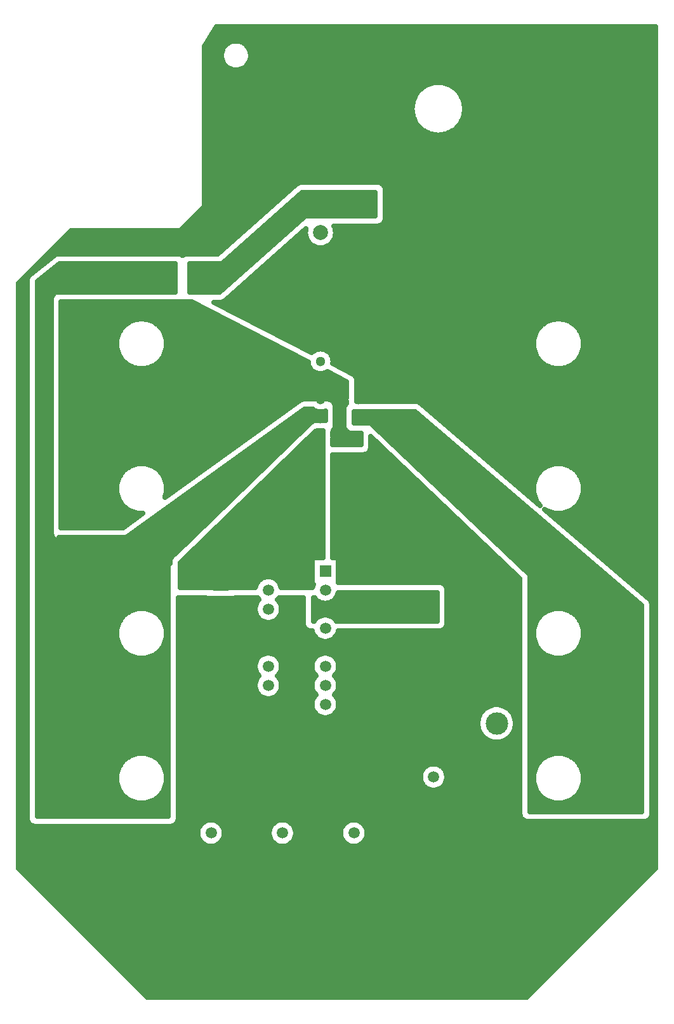
<source format=gbr>
G04 DipTrace 3.0.0.2*
G04 Bottom.gbr*
%MOIN*%
G04 #@! TF.FileFunction,Copper,L2,Bot*
G04 #@! TF.Part,Single*
G04 #@! TA.AperFunction,CopperBalancing*
%ADD16C,0.025*%
%ADD19R,0.07874X0.19685*%
G04 #@! TA.AperFunction,ComponentPad*
%ADD20C,0.059055*%
%ADD23R,0.082677X0.055118*%
G04 #@! TA.AperFunction,ComponentPad*
%ADD26C,0.051181*%
%ADD28C,0.11811*%
%ADD29C,0.07874*%
%ADD30R,0.059055X0.059055*%
%ADD31C,0.059055*%
%ADD32C,0.15748*%
%ADD34R,0.12X0.127*%
%FSLAX26Y26*%
G04*
G70*
G90*
G75*
G01*
G04 Bottom*
%LPD*%
X1903507Y3494131D2*
D16*
X2041525D1*
X1868937Y3469262D2*
X2041525D1*
X1834415Y3444394D2*
X1960958D1*
X1799894Y3419525D2*
X1935177D1*
X1765323Y3394656D2*
X1909445D1*
X1730802Y3369787D2*
X1883663D1*
X1696231Y3344919D2*
X1857930D1*
X1661710Y3320050D2*
X1832150D1*
X1627189Y3295181D2*
X1806417D1*
X1592618Y3270312D2*
X1780635D1*
X1558097Y3245444D2*
X1754903D1*
X1523575Y3220575D2*
X1729122D1*
X1489005Y3195706D2*
X1703390D1*
X1454483Y3170837D2*
X1677609D1*
X1419913Y3145969D2*
X1651875D1*
X1385391Y3121100D2*
X1626094D1*
X1350870Y3096231D2*
X1600362D1*
X1316299Y3071362D2*
X1574581D1*
X1281778Y3046493D2*
X1548849D1*
X1247257Y3021625D2*
X1523067D1*
X1212686Y2996756D2*
X1497335D1*
X1178165Y2971887D2*
X1471554D1*
X1143594Y2947018D2*
X1445822D1*
X1109073Y2922150D2*
X1420041D1*
X1074551Y2897281D2*
X1394307D1*
X1039982Y2872412D2*
X1368526D1*
X1005459Y2847543D2*
X1342794D1*
X646500Y2822675D2*
X1317013D1*
X646500Y2797806D2*
X1291281D1*
X646500Y2772937D2*
X1265499D1*
X646500Y2748068D2*
X1239766D1*
X646500Y2723199D2*
X1227218D1*
X646500Y2698331D2*
X1216525D1*
X646500Y2673462D2*
X1216525D1*
X646500Y2648593D2*
X1216525D1*
X646500Y2623724D2*
X1216525D1*
X646500Y2598856D2*
X1216525D1*
X646500Y2573987D2*
X1216525D1*
X646500Y2549118D2*
X1216525D1*
X646500Y2524249D2*
X1216525D1*
X646500Y2499381D2*
X1216525D1*
X646500Y2474512D2*
X1216525D1*
X646500Y2449643D2*
X1003194D1*
X1155265D2*
X1216525D1*
X646500Y2424774D2*
X975899D1*
X1182559D2*
X1216525D1*
X646500Y2399906D2*
X959738D1*
X1198722D2*
X1216525D1*
X646500Y2375037D2*
X950362D1*
X646500Y2350168D2*
X946261D1*
X646500Y2325299D2*
X946993D1*
X646500Y2300430D2*
X952609D1*
X646500Y2275562D2*
X963887D1*
X1194621D2*
X1216525D1*
X646500Y2250693D2*
X982735D1*
X1175773D2*
X1216525D1*
X646500Y2225824D2*
X1015890D1*
X1142570D2*
X1216525D1*
X646500Y2200955D2*
X1216525D1*
X646500Y2176087D2*
X1216525D1*
X646500Y2151218D2*
X1216525D1*
X646500Y2126349D2*
X1216525D1*
X646500Y2101480D2*
X1216525D1*
X646500Y2076612D2*
X1216525D1*
X646500Y2051743D2*
X1216525D1*
X646500Y2026874D2*
X1216525D1*
X646500Y2002005D2*
X1216525D1*
X646500Y1977136D2*
X1216525D1*
X646500Y1952268D2*
X1216525D1*
X646500Y1927399D2*
X1216525D1*
X646500Y1902530D2*
X1216525D1*
X646500Y1877661D2*
X1216525D1*
X646500Y1852793D2*
X1216525D1*
X646500Y1827924D2*
X1216525D1*
X646500Y1803055D2*
X1216525D1*
X646500Y1778186D2*
X1216525D1*
X646500Y1753318D2*
X1216525D1*
X646500Y1728449D2*
X1216525D1*
X646500Y1703580D2*
X1029415D1*
X1129043D2*
X1216525D1*
X646500Y1678711D2*
X989083D1*
X1169375D2*
X1216525D1*
X646500Y1653843D2*
X967697D1*
X1190762D2*
X1216525D1*
X646500Y1628974D2*
X954854D1*
X1203654D2*
X1216525D1*
X646500Y1604105D2*
X947921D1*
X646500Y1579236D2*
X946017D1*
X646500Y1554367D2*
X948898D1*
X646500Y1529499D2*
X956857D1*
X1201602D2*
X1216525D1*
X646500Y1504630D2*
X971114D1*
X1187345D2*
X1216525D1*
X646500Y1479761D2*
X994845D1*
X1163614D2*
X1216525D1*
X646500Y1454892D2*
X1044894D1*
X1113566D2*
X1216525D1*
X646500Y1430024D2*
X1216525D1*
X646500Y1405155D2*
X1216525D1*
X2044000Y3508906D2*
X2034196Y3505707D1*
X2024106Y3504110D1*
X2013894D1*
X2003804Y3505707D1*
X1994091Y3508864D1*
X1984991Y3513501D1*
X1977339Y3519022D1*
X1935552Y3519000D1*
X999627Y2845339D1*
X995903Y2844146D1*
X969000Y2844000D1*
X644000D1*
Y1381500D1*
X1219000D1*
X1219154Y2695955D1*
X1220362Y2699675D1*
X1222661Y2702839D1*
X1229539Y2709014D1*
X1229622Y2722100D1*
X1230592Y2728220D1*
X1232507Y2734115D1*
X1235320Y2739639D1*
X1238965Y2744654D1*
X1268541Y2773463D1*
X1968878Y3449482D1*
X1973955Y3453037D1*
X1979526Y3455753D1*
X1985454Y3457564D1*
X1991592Y3458427D1*
X2044012Y3458500D1*
X2044000Y3508892D1*
X1209575Y2331282D2*
X1208367Y2321087D1*
X1206365Y2311018D1*
X1203579Y2301138D1*
X1200025Y2291507D1*
X1195728Y2282184D1*
X1190711Y2273227D1*
X1185008Y2264692D1*
X1178652Y2256630D1*
X1171685Y2249091D1*
X1164146Y2242123D1*
X1156084Y2235768D1*
X1147549Y2230064D1*
X1138592Y2225047D1*
X1129269Y2220751D1*
X1119638Y2217197D1*
X1109757Y2214411D1*
X1099689Y2212408D1*
X1089493Y2211201D1*
X1079236Y2210798D1*
X1068979Y2211201D1*
X1058783Y2212408D1*
X1048715Y2214411D1*
X1038835Y2217197D1*
X1029203Y2220751D1*
X1019881Y2225047D1*
X1010924Y2230064D1*
X1002388Y2235768D1*
X994327Y2242123D1*
X986787Y2249091D1*
X979820Y2256630D1*
X973465Y2264692D1*
X967761Y2273227D1*
X962744Y2282184D1*
X958448Y2291507D1*
X954894Y2301138D1*
X952108Y2311018D1*
X950105Y2321087D1*
X948898Y2331282D1*
X948495Y2341539D1*
X948898Y2351797D1*
X950105Y2361992D1*
X952108Y2372060D1*
X954894Y2381941D1*
X958448Y2391572D1*
X962744Y2400895D1*
X967761Y2409852D1*
X973465Y2418387D1*
X979820Y2426449D1*
X986787Y2433988D1*
X994327Y2440955D1*
X1002388Y2447311D1*
X1010924Y2453014D1*
X1019881Y2458031D1*
X1029203Y2462328D1*
X1038835Y2465882D1*
X1048715Y2468668D1*
X1058783Y2470671D1*
X1068979Y2471878D1*
X1079236Y2472281D1*
X1089493Y2471878D1*
X1099689Y2470671D1*
X1109757Y2468668D1*
X1119638Y2465882D1*
X1129269Y2462328D1*
X1138592Y2458031D1*
X1147549Y2453014D1*
X1156084Y2447311D1*
X1164146Y2440955D1*
X1171685Y2433988D1*
X1178652Y2426449D1*
X1185008Y2418387D1*
X1190711Y2409852D1*
X1195728Y2400895D1*
X1200025Y2391572D1*
X1203579Y2381941D1*
X1206365Y2372060D1*
X1208367Y2361992D1*
X1209575Y2351797D1*
X1209978Y2341539D1*
X1209575Y2331282D1*
Y1571440D2*
X1208367Y1561244D1*
X1206365Y1551176D1*
X1203579Y1541295D1*
X1200025Y1531664D1*
X1195728Y1522341D1*
X1190711Y1513385D1*
X1185008Y1504849D1*
X1178652Y1496787D1*
X1171685Y1489248D1*
X1164146Y1482281D1*
X1156084Y1475925D1*
X1147549Y1470222D1*
X1138592Y1465205D1*
X1129269Y1460908D1*
X1119638Y1457354D1*
X1109757Y1454568D1*
X1099689Y1452566D1*
X1089493Y1451358D1*
X1079236Y1450955D1*
X1068979Y1451358D1*
X1058783Y1452566D1*
X1048715Y1454568D1*
X1038835Y1457354D1*
X1029203Y1460908D1*
X1019881Y1465205D1*
X1010924Y1470222D1*
X1002388Y1475925D1*
X994327Y1482281D1*
X986787Y1489248D1*
X979820Y1496787D1*
X973465Y1504849D1*
X967761Y1513385D1*
X962744Y1522341D1*
X958448Y1531664D1*
X954894Y1541295D1*
X952108Y1551176D1*
X950105Y1561244D1*
X948898Y1571440D1*
X948495Y1581697D1*
X948898Y1591954D1*
X950105Y1602150D1*
X952108Y1612218D1*
X954894Y1622098D1*
X958448Y1631730D1*
X962744Y1641052D1*
X967761Y1650009D1*
X973465Y1658545D1*
X979820Y1666606D1*
X986787Y1674146D1*
X994327Y1681113D1*
X1002388Y1687469D1*
X1010924Y1693172D1*
X1019881Y1698189D1*
X1029203Y1702486D1*
X1038835Y1706039D1*
X1048715Y1708825D1*
X1058783Y1710828D1*
X1068979Y1712035D1*
X1079236Y1712438D1*
X1089493Y1712035D1*
X1099689Y1710828D1*
X1109757Y1708825D1*
X1119638Y1706039D1*
X1129269Y1702486D1*
X1138592Y1698189D1*
X1147549Y1693172D1*
X1156084Y1687469D1*
X1164146Y1681113D1*
X1171685Y1674146D1*
X1178652Y1666606D1*
X1185008Y1658545D1*
X1190711Y1650009D1*
X1195728Y1641052D1*
X1200025Y1631730D1*
X1203579Y1622098D1*
X1206365Y1612218D1*
X1208367Y1602150D1*
X1209575Y1591954D1*
X1209978Y1581697D1*
X1209575Y1571440D1*
X659000Y4056631D2*
X1386739D1*
X659000Y4031762D2*
X1435030D1*
X659000Y4006894D2*
X1483273D1*
X659000Y3982025D2*
X1026730D1*
X1131730D2*
X1531563D1*
X659000Y3957156D2*
X987911D1*
X1170547D2*
X1579854D1*
X659000Y3932287D2*
X967013D1*
X1191495D2*
X1628097D1*
X659000Y3907419D2*
X954415D1*
X1204043D2*
X1676387D1*
X659000Y3882550D2*
X947726D1*
X1210734D2*
X1724678D1*
X659000Y3857681D2*
X946066D1*
X1212442D2*
X1772921D1*
X659000Y3832812D2*
X949142D1*
X1209366D2*
X1821211D1*
X659000Y3807944D2*
X957345D1*
X1201114D2*
X1869503D1*
X659000Y3783075D2*
X971945D1*
X1186563D2*
X1917745D1*
X659000Y3758206D2*
X996211D1*
X1162247D2*
X1952315D1*
X659000Y3733337D2*
X1049581D1*
X1108927D2*
X1962033D1*
X659000Y3708469D2*
X1992550D1*
X2045450D2*
X2062570D1*
X659000Y3683600D2*
X2110861D1*
X659000Y3658731D2*
X2154025D1*
X659000Y3633862D2*
X2154025D1*
X659000Y3608993D2*
X2154025D1*
X659000Y3584125D2*
X2153194D1*
X659000Y3559256D2*
X1899971D1*
X2087101D2*
X2152121D1*
X659000Y3534387D2*
X1865450D1*
X2098379D2*
X2142647D1*
X659000Y3509518D2*
X1830879D1*
X2098478D2*
X2139522D1*
X659000Y3484650D2*
X1796358D1*
X2098478D2*
X2139522D1*
X659000Y3459781D2*
X1761789D1*
X2098478D2*
X2139522D1*
X659000Y3434912D2*
X1727266D1*
X2098478D2*
X2139522D1*
X659000Y3410043D2*
X1692745D1*
X2092130D2*
X2145870D1*
X659000Y3385175D2*
X1658175D1*
X2085978D2*
X2229025D1*
X659000Y3360306D2*
X1623654D1*
X2086026D2*
X2229025D1*
X659000Y3335437D2*
X1589131D1*
X2085978D2*
X2229025D1*
X659000Y3310568D2*
X1554562D1*
X659000Y3285699D2*
X1520041D1*
X659000Y3260831D2*
X1485470D1*
X659000Y3235962D2*
X1450949D1*
X659000Y3211093D2*
X1005635D1*
X1152823D2*
X1416427D1*
X659000Y3186224D2*
X977266D1*
X1181193D2*
X1381857D1*
X659000Y3161356D2*
X960567D1*
X1197891D2*
X1347335D1*
X659000Y3136487D2*
X950802D1*
X1207657D2*
X1312814D1*
X659000Y3111618D2*
X946407D1*
X1212101D2*
X1278243D1*
X659000Y3086749D2*
X946798D1*
X1211661D2*
X1243722D1*
X659000Y3061881D2*
X952121D1*
X659000Y3037012D2*
X962959D1*
X659000Y3012143D2*
X981173D1*
X659000Y2987274D2*
X1012911D1*
X659000Y2962406D2*
X1071017D1*
X659000Y2937537D2*
X1036495D1*
X659000Y2912668D2*
X1001925D1*
X2054022Y3714177D2*
X2048550Y3711004D1*
X2039114Y3707096D1*
X2029182Y3704711D1*
X2019000Y3703909D1*
X2008818Y3704711D1*
X1998886Y3707096D1*
X1989450Y3711004D1*
X1980740Y3716341D1*
X1972974Y3722974D1*
X1966341Y3730740D1*
X1961004Y3739450D1*
X1957096Y3748886D1*
X1954711Y3758818D1*
X1954039Y3765709D1*
X1340942Y4081514D1*
X656500Y4081500D1*
Y2896000D1*
X981256D1*
X1085081Y2970752D1*
X1068979Y2971043D1*
X1058783Y2972251D1*
X1048715Y2974253D1*
X1038835Y2977039D1*
X1029203Y2980593D1*
X1019881Y2984890D1*
X1010924Y2989907D1*
X1002388Y2995610D1*
X994327Y3001966D1*
X986787Y3008933D1*
X979820Y3016472D1*
X973465Y3024534D1*
X967761Y3033070D1*
X962744Y3042026D1*
X958448Y3051349D1*
X954894Y3060980D1*
X952108Y3070861D1*
X950105Y3080929D1*
X948898Y3091125D1*
X948495Y3101382D1*
X948898Y3111639D1*
X950105Y3121835D1*
X952108Y3131903D1*
X954894Y3141783D1*
X958448Y3151415D1*
X962744Y3160738D1*
X967761Y3169694D1*
X973465Y3178230D1*
X979820Y3186291D1*
X986787Y3193831D1*
X994327Y3200798D1*
X1002388Y3207154D1*
X1010924Y3212857D1*
X1019881Y3217874D1*
X1029203Y3222171D1*
X1038835Y3225724D1*
X1048715Y3228510D1*
X1058783Y3230513D1*
X1068979Y3231720D1*
X1079236Y3232123D1*
X1089493Y3231720D1*
X1099689Y3230513D1*
X1109757Y3228510D1*
X1119638Y3225724D1*
X1129269Y3222171D1*
X1138592Y3217874D1*
X1147549Y3212857D1*
X1156084Y3207154D1*
X1164146Y3200798D1*
X1171685Y3193831D1*
X1178652Y3186291D1*
X1185008Y3178230D1*
X1190711Y3169694D1*
X1195728Y3160738D1*
X1200025Y3151415D1*
X1203579Y3141783D1*
X1206365Y3131903D1*
X1208367Y3121835D1*
X1209575Y3111639D1*
X1209978Y3101382D1*
X1209575Y3091125D1*
X1208367Y3080929D1*
X1206365Y3070861D1*
X1203579Y3060980D1*
X1201094Y3054247D1*
X1911007Y3565268D1*
X1916541Y3568058D1*
X1922444Y3569948D1*
X1928570Y3570891D1*
X2019000Y3571000D1*
X2059600Y3570878D1*
X2065720Y3569908D1*
X2071615Y3567993D1*
X2077139Y3565180D1*
X2082154Y3561535D1*
X2086535Y3557154D1*
X2090180Y3552139D1*
X2092993Y3546615D1*
X2094908Y3540720D1*
X2095878Y3534600D1*
X2096000Y3456500D1*
X2095878Y3428400D1*
X2094908Y3422280D1*
X2092993Y3416385D1*
X2090180Y3410861D1*
X2086535Y3405846D1*
X2084785Y3403946D1*
X2083500Y3394000D1*
Y3377740D1*
X2084091Y3369000D1*
X2083488Y3360503D1*
X2083500Y3331451D1*
X2231500Y3331500D1*
Y3392000D1*
X2178400Y3392122D1*
X2172280Y3393092D1*
X2166385Y3395007D1*
X2160861Y3397820D1*
X2155846Y3401465D1*
X2151465Y3405846D1*
X2147820Y3410861D1*
X2145007Y3416385D1*
X2143092Y3422280D1*
X2142122Y3428400D1*
X2142000Y3506500D1*
X2142122Y3522100D1*
X2143092Y3528220D1*
X2145007Y3534115D1*
X2147820Y3539639D1*
X2151465Y3544654D1*
X2156142Y3549269D1*
X2154711Y3558818D1*
X2153909Y3569000D1*
X2154711Y3579182D1*
X2156516Y3587058D1*
X2156500Y3661432D1*
X2054020Y3714171D1*
X1209575Y3850967D2*
X1208367Y3840772D1*
X1206365Y3830703D1*
X1203579Y3820823D1*
X1200025Y3811192D1*
X1195728Y3801869D1*
X1190711Y3792912D1*
X1185008Y3784377D1*
X1178652Y3776315D1*
X1171685Y3768776D1*
X1164146Y3761808D1*
X1156084Y3755453D1*
X1147549Y3749749D1*
X1138592Y3744732D1*
X1129269Y3740436D1*
X1119638Y3736882D1*
X1109757Y3734096D1*
X1099689Y3732093D1*
X1089493Y3730886D1*
X1079236Y3730483D1*
X1068979Y3730886D1*
X1058783Y3732093D1*
X1048715Y3734096D1*
X1038835Y3736882D1*
X1029203Y3740436D1*
X1019881Y3744732D1*
X1010924Y3749749D1*
X1002388Y3755453D1*
X994327Y3761808D1*
X986787Y3768776D1*
X979820Y3776315D1*
X973465Y3784377D1*
X967761Y3792912D1*
X962744Y3801869D1*
X958448Y3811192D1*
X954894Y3820823D1*
X952108Y3830703D1*
X950105Y3840772D1*
X948898Y3850967D1*
X948495Y3861224D1*
X948898Y3871482D1*
X950105Y3881677D1*
X952108Y3891745D1*
X954894Y3901626D1*
X958448Y3911257D1*
X962744Y3920580D1*
X967761Y3929537D1*
X973465Y3938072D1*
X979820Y3946134D1*
X986787Y3953673D1*
X994327Y3960640D1*
X1002388Y3966996D1*
X1010924Y3972699D1*
X1019881Y3977717D1*
X1029203Y3982013D1*
X1038835Y3985567D1*
X1048715Y3988353D1*
X1058783Y3990356D1*
X1068979Y3991563D1*
X1079236Y3991966D1*
X1089493Y3991563D1*
X1099689Y3990356D1*
X1109757Y3988353D1*
X1119638Y3985567D1*
X1129269Y3982013D1*
X1138592Y3977717D1*
X1147549Y3972699D1*
X1156084Y3966996D1*
X1164146Y3960640D1*
X1171685Y3953673D1*
X1178652Y3946134D1*
X1185008Y3938072D1*
X1190711Y3929537D1*
X1195728Y3920580D1*
X1200025Y3911257D1*
X1203579Y3901626D1*
X1206365Y3891745D1*
X1208367Y3881677D1*
X1209575Y3871482D1*
X1209978Y3861224D1*
X1209575Y3850967D1*
X2104533Y2531631D2*
X2629025D1*
X1984000Y2506762D2*
X2011690D1*
X2076310D2*
X2629025D1*
X1984000Y2481894D2*
X2629025D1*
X1984000Y2457025D2*
X2629025D1*
X1984000Y2432156D2*
X2013693D1*
X2074307D2*
X2629025D1*
X2103898Y2407287D2*
X2629025D1*
X2111828Y2556522D2*
X2109634Y2547675D1*
X2105490Y2537669D1*
X2099832Y2528436D1*
X2092799Y2520201D1*
X2084564Y2513168D1*
X2075331Y2507510D1*
X2065325Y2503366D1*
X2054795Y2500837D1*
X2044000Y2499988D1*
X2033205Y2500837D1*
X2022675Y2503366D1*
X2012669Y2507510D1*
X2003436Y2513168D1*
X1995201Y2520201D1*
X1988168Y2528436D1*
X1987428Y2529545D1*
X1981451Y2529516D1*
X1981500Y2406500D1*
X1986041D1*
X1991524Y2413820D1*
X1999180Y2421476D1*
X2007941Y2427843D1*
X2017591Y2432759D1*
X2027890Y2436105D1*
X2038585Y2437799D1*
X2049415D1*
X2060110Y2436105D1*
X2070409Y2432759D1*
X2080059Y2427843D1*
X2088820Y2421476D1*
X2096476Y2413820D1*
X2101890Y2406484D1*
X2631500Y2406500D1*
Y2556500D1*
X2111823D1*
X1458803Y5499381D2*
X3778022D1*
X1443423Y5474512D2*
X3778022D1*
X1427993Y5449643D2*
X1564839D1*
X1584970D2*
X3778022D1*
X1412613Y5424774D2*
X1515815D1*
X1633950D2*
X3778022D1*
X1409975Y5399906D2*
X1500971D1*
X1648843D2*
X3778022D1*
X1409975Y5375037D2*
X1496430D1*
X1653383D2*
X3778022D1*
X1409975Y5350168D2*
X1500239D1*
X1649575D2*
X3778022D1*
X1409975Y5325299D2*
X1514058D1*
X1635757D2*
X3778022D1*
X1409975Y5300430D2*
X1553413D1*
X1596402D2*
X3778022D1*
X1409975Y5275562D2*
X3778022D1*
X1409975Y5250693D2*
X3778022D1*
X1409975Y5225824D2*
X2594234D1*
X2681558D2*
X3778022D1*
X1409975Y5200955D2*
X2548189D1*
X2727602D2*
X3778022D1*
X1409975Y5176087D2*
X2524555D1*
X2751235D2*
X3778022D1*
X1409975Y5151218D2*
X2510005D1*
X2765786D2*
X3778022D1*
X1409975Y5126349D2*
X2501509D1*
X2774282D2*
X3778022D1*
X1409975Y5101480D2*
X2497945D1*
X2777846D2*
X3778022D1*
X1409975Y5076612D2*
X2498921D1*
X2776870D2*
X3778022D1*
X1409975Y5051743D2*
X2504585D1*
X2771206D2*
X3778022D1*
X1409975Y5026874D2*
X2515522D1*
X2760269D2*
X3778022D1*
X1409975Y5002005D2*
X2533491D1*
X2742299D2*
X3778022D1*
X1409975Y4977136D2*
X2563471D1*
X2712319D2*
X3778022D1*
X1409975Y4952268D2*
X3778022D1*
X1409975Y4927399D2*
X3778022D1*
X1409975Y4902530D2*
X3778022D1*
X1409975Y4877661D2*
X3778022D1*
X1409975Y4852793D2*
X3778022D1*
X1409975Y4827924D2*
X3778022D1*
X1409975Y4803055D2*
X3778022D1*
X1409975Y4778186D2*
X3778022D1*
X1409975Y4753318D2*
X3778022D1*
X1409975Y4728449D2*
X3778022D1*
X1409975Y4703580D2*
X1897457D1*
X2340542D2*
X3778022D1*
X1409975Y4678711D2*
X1867818D1*
X2359781D2*
X3778022D1*
X1409975Y4653843D2*
X1839643D1*
X2361001D2*
X3778022D1*
X1409975Y4628974D2*
X1811470D1*
X2361001D2*
X3778022D1*
X1409975Y4604105D2*
X1783247D1*
X2361001D2*
X3778022D1*
X1409975Y4579236D2*
X1755073D1*
X2361001D2*
X3778022D1*
X1386294Y4554367D2*
X1726899D1*
X2361001D2*
X3778022D1*
X1361441Y4529499D2*
X1698726D1*
X2361001D2*
X3778022D1*
X1336587Y4504630D2*
X1670551D1*
X2358266D2*
X3778022D1*
X1311685Y4479761D2*
X1642329D1*
X2325942D2*
X3778022D1*
X711831Y4454892D2*
X1614155D1*
X2099623D2*
X3778022D1*
X686978Y4430024D2*
X1585982D1*
X1905825D2*
X1938862D1*
X2099135D2*
X3778022D1*
X662123Y4405155D2*
X1557807D1*
X1877846D2*
X1947846D1*
X2090151D2*
X3778022D1*
X637222Y4380286D2*
X1529634D1*
X1849869D2*
X1970014D1*
X2067983D2*
X3778022D1*
X612369Y4355417D2*
X1501411D1*
X1821890D2*
X3778022D1*
X587514Y4330549D2*
X626558D1*
X1286441D2*
X1301549D1*
X1793911D2*
X3778022D1*
X562613Y4305680D2*
X592866D1*
X1765933D2*
X3778022D1*
X537759Y4280811D2*
X561811D1*
X1737954D2*
X3778022D1*
X512906Y4255942D2*
X530707D1*
X1709975D2*
X3778022D1*
X488003Y4231073D2*
X499630D1*
X1681997D2*
X3778022D1*
X463150Y4206205D2*
X478933D1*
X1654018D2*
X3778022D1*
X438295Y4181336D2*
X476997D1*
X1626039D2*
X3778022D1*
X435000Y4156467D2*
X476997D1*
X1598110D2*
X3778022D1*
X435000Y4131598D2*
X476997D1*
X1570131D2*
X3778022D1*
X435000Y4106730D2*
X476997D1*
X1542154D2*
X3778022D1*
X435000Y4081861D2*
X476997D1*
X1509927D2*
X3778022D1*
X435000Y4056992D2*
X476997D1*
X1504555D2*
X3778022D1*
X435000Y4032123D2*
X476997D1*
X1552846D2*
X3778022D1*
X435000Y4007255D2*
X476997D1*
X1601089D2*
X3778022D1*
X435000Y3982386D2*
X476997D1*
X1649379D2*
X3216987D1*
X3320230D2*
X3778022D1*
X435000Y3957517D2*
X476997D1*
X1697671D2*
X3177681D1*
X3359537D2*
X3778022D1*
X435000Y3932648D2*
X476997D1*
X1745913D2*
X3156587D1*
X3380630D2*
X3778022D1*
X435000Y3907780D2*
X476997D1*
X1794205D2*
X3143941D1*
X3393277D2*
X3778022D1*
X435000Y3882911D2*
X476997D1*
X1842495D2*
X3137154D1*
X3400014D2*
X3778022D1*
X435000Y3858042D2*
X476997D1*
X1890738D2*
X3135395D1*
X3401822D2*
X3778022D1*
X435000Y3833173D2*
X476997D1*
X1939029D2*
X2005610D1*
X2032381D2*
X3138423D1*
X3398794D2*
X3778022D1*
X435000Y3808304D2*
X476997D1*
X2073403D2*
X3146577D1*
X3390639D2*
X3778022D1*
X435000Y3783436D2*
X476997D1*
X2084975D2*
X3161030D1*
X3376186D2*
X3778022D1*
X435000Y3758567D2*
X476997D1*
X2085757D2*
X3185151D1*
X3352066D2*
X3778022D1*
X435000Y3733698D2*
X476997D1*
X2132143D2*
X3237299D1*
X3299917D2*
X3778022D1*
X435000Y3708829D2*
X476997D1*
X2180386D2*
X3778022D1*
X435000Y3683961D2*
X476997D1*
X2208022D2*
X3778022D1*
X435000Y3659092D2*
X476997D1*
X2211001D2*
X3778022D1*
X435000Y3634223D2*
X476997D1*
X2211001D2*
X3778022D1*
X435000Y3609354D2*
X476997D1*
X2211001D2*
X3778022D1*
X435000Y3584486D2*
X476997D1*
X2211001D2*
X3778022D1*
X435000Y3559617D2*
X476997D1*
X2211001D2*
X3778022D1*
X435000Y3534748D2*
X476997D1*
X2563882D2*
X3778022D1*
X435000Y3509879D2*
X476997D1*
X2592983D2*
X3778022D1*
X435000Y3485010D2*
X476997D1*
X2622085D2*
X3778022D1*
X435000Y3460142D2*
X476997D1*
X2651186D2*
X3778022D1*
X435000Y3435273D2*
X476997D1*
X2680337D2*
X3778022D1*
X435000Y3410404D2*
X476997D1*
X2709438D2*
X3778022D1*
X435000Y3385535D2*
X476997D1*
X2738539D2*
X3778022D1*
X435000Y3360667D2*
X476997D1*
X2286050D2*
X2295972D1*
X2767642D2*
X3778022D1*
X435000Y3335798D2*
X476997D1*
X2286001D2*
X2322066D1*
X2796791D2*
X3778022D1*
X435000Y3310929D2*
X476997D1*
X2285171D2*
X2348139D1*
X2825894D2*
X3778022D1*
X435000Y3286060D2*
X476997D1*
X2268277D2*
X2374165D1*
X2854995D2*
X3778022D1*
X435000Y3261192D2*
X476997D1*
X2086001D2*
X2400239D1*
X2884146D2*
X3778022D1*
X435000Y3236323D2*
X476997D1*
X2086001D2*
X2426265D1*
X2913247D2*
X3778022D1*
X435000Y3211454D2*
X476997D1*
X2086001D2*
X2452339D1*
X2942349D2*
X3195551D1*
X3341665D2*
X3778022D1*
X435000Y3186585D2*
X476997D1*
X2086001D2*
X2478413D1*
X2971450D2*
X3166938D1*
X3370278D2*
X3778022D1*
X435000Y3161717D2*
X476997D1*
X2086001D2*
X2504438D1*
X3000601D2*
X3150142D1*
X3387075D2*
X3778022D1*
X435000Y3136848D2*
X476997D1*
X2086001D2*
X2530513D1*
X3029702D2*
X3140278D1*
X3396938D2*
X3778022D1*
X435000Y3111979D2*
X476997D1*
X2086001D2*
X2556538D1*
X3058803D2*
X3135786D1*
X3401430D2*
X3778022D1*
X435000Y3087110D2*
X476997D1*
X2086001D2*
X2582613D1*
X3087906D2*
X3136127D1*
X3401089D2*
X3778022D1*
X435000Y3062241D2*
X476997D1*
X2086001D2*
X2608638D1*
X3117055D2*
X3141353D1*
X3395865D2*
X3778022D1*
X435000Y3037373D2*
X476997D1*
X2086001D2*
X2634711D1*
X3385122D2*
X3778022D1*
X435000Y3012504D2*
X476997D1*
X2086001D2*
X2660738D1*
X3367007D2*
X3778022D1*
X435000Y2987635D2*
X476997D1*
X2086001D2*
X2686811D1*
X3335562D2*
X3778022D1*
X435000Y2962766D2*
X476997D1*
X2086001D2*
X2712886D1*
X3233510D2*
X3778022D1*
X435000Y2937898D2*
X476997D1*
X2086001D2*
X2738911D1*
X3262613D2*
X3778022D1*
X435000Y2913029D2*
X476997D1*
X2086001D2*
X2764986D1*
X3291714D2*
X3778022D1*
X435000Y2888160D2*
X476997D1*
X2086001D2*
X2791010D1*
X3320865D2*
X3778022D1*
X435000Y2863291D2*
X476997D1*
X2086001D2*
X2817085D1*
X3349966D2*
X3778022D1*
X435000Y2838423D2*
X476997D1*
X2086001D2*
X2843110D1*
X3379067D2*
X3778022D1*
X435000Y2813554D2*
X476997D1*
X2086001D2*
X2869185D1*
X3408169D2*
X3778022D1*
X435000Y2788685D2*
X476997D1*
X2086001D2*
X2895259D1*
X3437319D2*
X3778022D1*
X435000Y2763816D2*
X476997D1*
X2086001D2*
X2921285D1*
X3466421D2*
X3778022D1*
X435000Y2738948D2*
X476997D1*
X2086001D2*
X2947358D1*
X3495522D2*
X3778022D1*
X435000Y2714079D2*
X476997D1*
X2115542D2*
X2973383D1*
X3524623D2*
X3778022D1*
X435000Y2689210D2*
X476997D1*
X2115542D2*
X2999458D1*
X3553774D2*
X3778022D1*
X435000Y2664341D2*
X476997D1*
X2115542D2*
X3025483D1*
X3582875D2*
X3778022D1*
X435000Y2639472D2*
X476997D1*
X2115542D2*
X3051558D1*
X3611978D2*
X3778022D1*
X435000Y2614604D2*
X476997D1*
X2115542D2*
X3064497D1*
X3641079D2*
X3778022D1*
X435000Y2589735D2*
X476997D1*
X2680093D2*
X3064497D1*
X3670230D2*
X3778022D1*
X435000Y2564866D2*
X476997D1*
X2686001D2*
X3064497D1*
X3699331D2*
X3778022D1*
X435000Y2539997D2*
X476997D1*
X2686001D2*
X3064497D1*
X3728433D2*
X3778022D1*
X435000Y2515129D2*
X476997D1*
X1273501D2*
X1690913D1*
X1798647D2*
X1926997D1*
X2686001D2*
X3064497D1*
X3754849D2*
X3778022D1*
X435000Y2490260D2*
X476997D1*
X1273501D2*
X1676606D1*
X1812954D2*
X1926997D1*
X2686001D2*
X3064497D1*
X3761001D2*
X3777984D1*
X435000Y2465391D2*
X476997D1*
X1273501D2*
X1673335D1*
X1816226D2*
X1926997D1*
X2686001D2*
X3064497D1*
X3761001D2*
X3777984D1*
X435000Y2440522D2*
X476997D1*
X1273501D2*
X1679390D1*
X1810171D2*
X1926997D1*
X2686001D2*
X3064497D1*
X3761001D2*
X3777984D1*
X435000Y2415654D2*
X476997D1*
X1273501D2*
X1698482D1*
X1791079D2*
X1926997D1*
X2686001D2*
X3064497D1*
X3761001D2*
X3777984D1*
X435000Y2390785D2*
X476997D1*
X1273501D2*
X1927143D1*
X2685854D2*
X3064497D1*
X3761001D2*
X3777984D1*
X435000Y2365916D2*
X476997D1*
X1273501D2*
X1938765D1*
X2674282D2*
X3064497D1*
X3761001D2*
X3777984D1*
X435000Y2341047D2*
X476997D1*
X1273501D2*
X1978365D1*
X2109634D2*
X3064497D1*
X3761001D2*
X3777984D1*
X435000Y2316178D2*
X476997D1*
X1273501D2*
X1997066D1*
X2090933D2*
X3064497D1*
X3761001D2*
X3777984D1*
X435000Y2291310D2*
X476997D1*
X1273501D2*
X3064497D1*
X3761001D2*
X3777984D1*
X435000Y2266441D2*
X476997D1*
X1273501D2*
X3064497D1*
X3761001D2*
X3777984D1*
X435000Y2241572D2*
X476997D1*
X1273501D2*
X3064497D1*
X3761001D2*
X3777984D1*
X435000Y2216703D2*
X476997D1*
X1273501D2*
X1692378D1*
X1797182D2*
X1991597D1*
X2096402D2*
X3064497D1*
X3761001D2*
X3777984D1*
X435000Y2191835D2*
X476997D1*
X1273501D2*
X1677143D1*
X1812417D2*
X1976362D1*
X2111635D2*
X3064497D1*
X3761001D2*
X3777984D1*
X435000Y2166966D2*
X476997D1*
X1273501D2*
X1673286D1*
X1816274D2*
X1972505D1*
X2115493D2*
X3064497D1*
X3761001D2*
X3777984D1*
X435000Y2142097D2*
X476997D1*
X1273501D2*
X1678706D1*
X1810854D2*
X1977925D1*
X2110073D2*
X3064497D1*
X3761001D2*
X3777984D1*
X435000Y2117228D2*
X476997D1*
X1273501D2*
X1692915D1*
X1796694D2*
X1992134D1*
X2095865D2*
X3064497D1*
X3761001D2*
X3777984D1*
X435000Y2092360D2*
X476997D1*
X1273501D2*
X1677339D1*
X1812222D2*
X1976558D1*
X2111441D2*
X3064497D1*
X3761001D2*
X3777984D1*
X435000Y2067491D2*
X476997D1*
X1273501D2*
X1673286D1*
X1816274D2*
X1972505D1*
X2115493D2*
X3064497D1*
X3761001D2*
X3777984D1*
X435000Y2042622D2*
X476997D1*
X1273501D2*
X1678510D1*
X1811098D2*
X1977730D1*
X2110269D2*
X3064497D1*
X3761001D2*
X3777984D1*
X435000Y2017753D2*
X476997D1*
X1273501D2*
X1696039D1*
X1793521D2*
X1992622D1*
X2095375D2*
X3064497D1*
X3761001D2*
X3777984D1*
X435000Y1992885D2*
X476997D1*
X1273501D2*
X1976753D1*
X2111245D2*
X3064497D1*
X3761001D2*
X3777984D1*
X435000Y1968016D2*
X476997D1*
X1273501D2*
X1972457D1*
X2115542D2*
X3064497D1*
X3761001D2*
X3777984D1*
X435000Y1943147D2*
X476997D1*
X1273501D2*
X1977486D1*
X2110513D2*
X2876558D1*
X3011441D2*
X3064497D1*
X3761001D2*
X3777984D1*
X435000Y1918278D2*
X476997D1*
X1273501D2*
X1994673D1*
X2093325D2*
X2856147D1*
X3031850D2*
X3064497D1*
X3761001D2*
X3777984D1*
X435000Y1893409D2*
X476997D1*
X1273501D2*
X2846039D1*
X3042007D2*
X3064497D1*
X3761001D2*
X3777984D1*
X435000Y1868541D2*
X476997D1*
X1273501D2*
X2842963D1*
X3045034D2*
X3064497D1*
X3761001D2*
X3777984D1*
X435000Y1843672D2*
X476997D1*
X1273501D2*
X2846235D1*
X3041762D2*
X3064497D1*
X3761001D2*
X3777984D1*
X435000Y1818803D2*
X476997D1*
X1273501D2*
X2856685D1*
X3031314D2*
X3064497D1*
X3761001D2*
X3777984D1*
X435000Y1793934D2*
X476997D1*
X1273501D2*
X2877631D1*
X3010366D2*
X3064497D1*
X3761001D2*
X3777984D1*
X435000Y1769066D2*
X476997D1*
X1273501D2*
X3064497D1*
X3761001D2*
X3777984D1*
X435000Y1744197D2*
X476997D1*
X1273501D2*
X3064497D1*
X3761001D2*
X3777984D1*
X435000Y1719328D2*
X476997D1*
X1273501D2*
X3064497D1*
X3761001D2*
X3777984D1*
X435000Y1694459D2*
X476997D1*
X1273501D2*
X3064497D1*
X3761001D2*
X3777984D1*
X435000Y1669591D2*
X476997D1*
X1273501D2*
X3064497D1*
X3761001D2*
X3777984D1*
X435000Y1644722D2*
X476997D1*
X1273501D2*
X2571186D1*
X2654605D2*
X3064497D1*
X3761001D2*
X3777984D1*
X435000Y1619853D2*
X476997D1*
X1273501D2*
X2549214D1*
X2676577D2*
X3064497D1*
X3761001D2*
X3777984D1*
X435000Y1594984D2*
X476997D1*
X1273501D2*
X2541743D1*
X2684047D2*
X3064497D1*
X3761001D2*
X3777984D1*
X435000Y1570115D2*
X476997D1*
X1273501D2*
X2543697D1*
X2682094D2*
X3064497D1*
X3761001D2*
X3777984D1*
X435000Y1545247D2*
X476997D1*
X1273501D2*
X2556098D1*
X2669693D2*
X3064497D1*
X3761001D2*
X3777984D1*
X435000Y1520378D2*
X476997D1*
X1273501D2*
X2596039D1*
X2629751D2*
X3064497D1*
X3761001D2*
X3777984D1*
X435000Y1495509D2*
X476997D1*
X1273501D2*
X3064497D1*
X3761001D2*
X3777984D1*
X435000Y1470640D2*
X476997D1*
X1273501D2*
X3064497D1*
X3761001D2*
X3777984D1*
X435000Y1445772D2*
X476997D1*
X1273501D2*
X3064497D1*
X3761001D2*
X3777984D1*
X435000Y1420903D2*
X476997D1*
X1273501D2*
X3064497D1*
X3761001D2*
X3777984D1*
X435000Y1396034D2*
X476997D1*
X1273501D2*
X3064497D1*
X3761001D2*
X3777984D1*
X435000Y1371165D2*
X476997D1*
X1273501D2*
X3071773D1*
X3753726D2*
X3778022D1*
X435000Y1346297D2*
X484175D1*
X1266323D2*
X1396430D1*
X1491567D2*
X1771430D1*
X1866567D2*
X2146430D1*
X2241567D2*
X3778022D1*
X435000Y1321428D2*
X1378169D1*
X1509829D2*
X1753169D1*
X1884829D2*
X2128169D1*
X2259829D2*
X3778022D1*
X435000Y1296559D2*
X1372505D1*
X1515493D2*
X1747505D1*
X1890493D2*
X2122505D1*
X2265493D2*
X3778022D1*
X435000Y1271690D2*
X1376167D1*
X1511831D2*
X1751167D1*
X1886831D2*
X2126167D1*
X2261831D2*
X3778022D1*
X435000Y1246822D2*
X1391109D1*
X1496890D2*
X1766109D1*
X1871890D2*
X2141109D1*
X2246890D2*
X3778022D1*
X435000Y1221953D2*
X3778022D1*
X435000Y1197084D2*
X3778022D1*
X435000Y1172215D2*
X3778022D1*
X435000Y1147346D2*
X3778022D1*
X435000Y1122478D2*
X3778022D1*
X447329Y1097609D2*
X3765669D1*
X472182Y1072740D2*
X3740815D1*
X497085Y1047871D2*
X3715913D1*
X521938Y1023003D2*
X3691059D1*
X546791Y998134D2*
X3666206D1*
X571694Y973265D2*
X3641303D1*
X596547Y948396D2*
X3616450D1*
X621402Y923528D2*
X3591597D1*
X646303Y898659D2*
X3566694D1*
X671157Y873790D2*
X3541841D1*
X696010Y848921D2*
X3516987D1*
X720913Y824052D2*
X3492085D1*
X745766Y799184D2*
X3467231D1*
X770621Y774315D2*
X3442378D1*
X795522Y749446D2*
X3417475D1*
X820375Y724577D2*
X3392622D1*
X845230Y699709D2*
X3367769D1*
X870083Y674840D2*
X3342915D1*
X894986Y649971D2*
X3318013D1*
X919839Y625102D2*
X3293159D1*
X944693Y600234D2*
X3268306D1*
X969594Y575365D2*
X3243403D1*
X994449Y550496D2*
X3218550D1*
X1019302Y525627D2*
X3193697D1*
X1044205Y500759D2*
X3168794D1*
X1069058Y475890D2*
X3143941D1*
X1093911Y451021D2*
X3119087D1*
X1572870Y2529475D2*
Y2523791D1*
X1415130D1*
Y2529504D1*
X1271001Y2529500D1*
X1270878Y1365900D1*
X1269908Y1359780D1*
X1267993Y1353885D1*
X1265180Y1348361D1*
X1261535Y1343346D1*
X1257154Y1338965D1*
X1252139Y1335320D1*
X1246615Y1332507D1*
X1240720Y1330592D1*
X1234600Y1329622D1*
X1156500Y1329500D1*
X515900Y1329622D1*
X509780Y1330592D1*
X503885Y1332507D1*
X498361Y1335320D1*
X493346Y1338965D1*
X488965Y1343346D1*
X485320Y1348361D1*
X482507Y1353885D1*
X480592Y1359780D1*
X479622Y1365900D1*
X479500Y1444000D1*
X479622Y4197100D1*
X480592Y4203220D1*
X482507Y4209115D1*
X485320Y4214639D1*
X488965Y4219654D1*
X494324Y4224844D1*
X621820Y4326685D1*
X627207Y4329752D1*
X633007Y4331940D1*
X639077Y4333192D1*
X656500Y4333500D1*
X1272100Y4333378D1*
X1278220Y4332408D1*
X1284115Y4330493D1*
X1289639Y4327680D1*
X1292513Y4325723D1*
X1295782Y4325957D1*
X1301067Y4329194D1*
X1306794Y4331567D1*
X1312820Y4333013D1*
X1319000Y4333500D1*
X1479108D1*
X1895270Y4700577D1*
X1900503Y4703902D1*
X1906190Y4706365D1*
X1912193Y4707909D1*
X1919000Y4708500D1*
X2322100Y4708378D1*
X2328220Y4707408D1*
X2334115Y4705493D1*
X2339639Y4702680D1*
X2344654Y4699035D1*
X2349035Y4694654D1*
X2352680Y4689639D1*
X2355493Y4684115D1*
X2357408Y4678220D1*
X2358378Y4672100D1*
X2358500Y4594000D1*
X2358378Y4515900D1*
X2357408Y4509778D1*
X2355493Y4503885D1*
X2352680Y4498361D1*
X2349037Y4493346D1*
X2344654Y4488963D1*
X2339639Y4485320D1*
X2334115Y4482507D1*
X2328222Y4480592D1*
X2322100Y4479622D1*
X2244000Y4479500D1*
X2089459D1*
X2094010Y4468373D1*
X2096899Y4456339D1*
X2097870Y4444000D1*
X2096899Y4431661D1*
X2094010Y4419627D1*
X2089274Y4408194D1*
X2082807Y4397642D1*
X2074769Y4388231D1*
X2065358Y4380193D1*
X2054806Y4373726D1*
X2043373Y4368990D1*
X2031339Y4366101D1*
X2019000Y4365130D1*
X2006661Y4366101D1*
X1994627Y4368990D1*
X1983194Y4373726D1*
X1972642Y4380193D1*
X1963231Y4388231D1*
X1955193Y4397642D1*
X1948726Y4408194D1*
X1943990Y4419627D1*
X1941101Y4431661D1*
X1940130Y4444000D1*
X1941101Y4456339D1*
X1943156Y4465415D1*
X1517845Y4087509D1*
X1512626Y4084167D1*
X1506948Y4081682D1*
X1500950Y4080117D1*
X1494000Y4079500D1*
X1458404D1*
X1972608Y3814605D1*
X1980740Y3821659D1*
X1989450Y3826996D1*
X1998886Y3830904D1*
X2008818Y3833289D1*
X2019000Y3834091D1*
X2029182Y3833289D1*
X2039114Y3830904D1*
X2048550Y3826996D1*
X2057260Y3821659D1*
X2065026Y3815026D1*
X2071659Y3807260D1*
X2076996Y3798550D1*
X2080904Y3789114D1*
X2083289Y3779182D1*
X2084091Y3769000D1*
X2083289Y3758818D1*
X2083067Y3757702D1*
X2189789Y3702587D1*
X2194787Y3698921D1*
X2199150Y3694520D1*
X2202770Y3689488D1*
X2205560Y3683953D1*
X2207449Y3678050D1*
X2208391Y3671924D1*
X2208500Y3581500D1*
Y3558501D1*
X2522100Y3558378D1*
X2528220Y3557408D1*
X2534115Y3555493D1*
X2539639Y3552680D1*
X2544655Y3549035D1*
X3172446Y3012797D1*
X3162835Y3024534D1*
X3157131Y3033070D1*
X3152114Y3042026D1*
X3147818Y3051349D1*
X3144264Y3060980D1*
X3141478Y3070861D1*
X3139475Y3080929D1*
X3138268Y3091125D1*
X3137865Y3101382D1*
X3138268Y3111639D1*
X3139475Y3121835D1*
X3141478Y3131903D1*
X3144264Y3141783D1*
X3147818Y3151415D1*
X3152114Y3160738D1*
X3157131Y3169694D1*
X3162835Y3178230D1*
X3169190Y3186291D1*
X3176157Y3193831D1*
X3183697Y3200798D1*
X3191759Y3207154D1*
X3200294Y3212857D1*
X3209251Y3217874D1*
X3218573Y3222171D1*
X3228205Y3225724D1*
X3238085Y3228510D1*
X3248154Y3230513D1*
X3258349Y3231720D1*
X3268606Y3232123D1*
X3278864Y3231720D1*
X3289059Y3230513D1*
X3299127Y3228510D1*
X3309008Y3225724D1*
X3318639Y3222171D1*
X3327962Y3217874D1*
X3336919Y3212857D1*
X3345454Y3207154D1*
X3353516Y3200798D1*
X3361055Y3193831D1*
X3368022Y3186291D1*
X3374378Y3178230D1*
X3380081Y3169694D1*
X3385098Y3160738D1*
X3389395Y3151415D1*
X3392949Y3141783D1*
X3395735Y3131903D1*
X3397738Y3121835D1*
X3398945Y3111639D1*
X3399348Y3101382D1*
X3398945Y3091125D1*
X3397738Y3080929D1*
X3395735Y3070861D1*
X3392949Y3060980D1*
X3389395Y3051349D1*
X3385098Y3042026D1*
X3380081Y3033070D1*
X3374378Y3024534D1*
X3368022Y3016472D1*
X3361055Y3008933D1*
X3353516Y3001966D1*
X3345454Y2995610D1*
X3336919Y2989907D1*
X3327962Y2984890D1*
X3318639Y2980593D1*
X3309008Y2977039D1*
X3299127Y2974253D1*
X3289059Y2972251D1*
X3278864Y2971043D1*
X3268606Y2970640D1*
X3258349Y2971043D1*
X3248154Y2972251D1*
X3238085Y2974253D1*
X3228205Y2977039D1*
X3218573Y2980593D1*
X3209251Y2984890D1*
X3195392Y2993181D1*
X3746932Y2521929D1*
X3750958Y2517217D1*
X3754196Y2511930D1*
X3756567Y2506205D1*
X3758014Y2500177D1*
X3758500Y2494000D1*
X3758378Y1390900D1*
X3757408Y1384780D1*
X3755493Y1378885D1*
X3752680Y1373361D1*
X3749037Y1368346D1*
X3744654Y1363963D1*
X3739639Y1360320D1*
X3734115Y1357507D1*
X3728220Y1355592D1*
X3722100Y1354622D1*
X3644000Y1354500D1*
X3103400Y1354622D1*
X3097280Y1355592D1*
X3091385Y1357507D1*
X3085861Y1360320D1*
X3080846Y1363963D1*
X3076463Y1368346D1*
X3072820Y1373361D1*
X3070007Y1378885D1*
X3068092Y1384780D1*
X3067122Y1390900D1*
X3067000Y1469000D1*
Y2627155D1*
X2283853Y3374647D1*
X2283890Y3363894D1*
X2283500Y3356500D1*
X2283378Y3315900D1*
X2282408Y3309780D1*
X2280493Y3303885D1*
X2277680Y3298361D1*
X2274037Y3293346D1*
X2269654Y3288963D1*
X2264639Y3285320D1*
X2259115Y3282507D1*
X2253220Y3280592D1*
X2247100Y3279622D1*
X2169000Y3279500D1*
X2083501D1*
X2083500Y2737995D1*
X2113028Y2738028D1*
Y2608487D1*
X2647100Y2608378D1*
X2653220Y2607408D1*
X2659115Y2605493D1*
X2664639Y2602680D1*
X2669654Y2599035D1*
X2674035Y2594654D1*
X2677680Y2589639D1*
X2680493Y2584115D1*
X2682408Y2578220D1*
X2683378Y2572100D1*
X2683500Y2494000D1*
X2683378Y2390900D1*
X2682408Y2384780D1*
X2680493Y2378885D1*
X2677680Y2373361D1*
X2674035Y2368346D1*
X2669654Y2363965D1*
X2664639Y2360320D1*
X2659115Y2357507D1*
X2653220Y2355592D1*
X2647100Y2354622D1*
X2569000Y2354500D1*
X2111529D1*
X2107773Y2342584D1*
X2102856Y2332933D1*
X2096490Y2324171D1*
X2088829Y2316510D1*
X2080067Y2310144D1*
X2070416Y2305227D1*
X2060114Y2301879D1*
X2049416Y2300185D1*
X2038584D1*
X2027886Y2301879D1*
X2017584Y2305227D1*
X2007933Y2310144D1*
X1999171Y2316510D1*
X1991510Y2324171D1*
X1985144Y2332933D1*
X1980227Y2342584D1*
X1976879Y2352886D1*
X1976554Y2354526D1*
X1965900Y2354622D1*
X1959780Y2355592D1*
X1953885Y2357507D1*
X1948361Y2360320D1*
X1943346Y2363965D1*
X1938965Y2368346D1*
X1935320Y2373361D1*
X1932507Y2378885D1*
X1930592Y2384780D1*
X1929622Y2390900D1*
X1929500Y2469000D1*
Y2529499D1*
X1801373Y2529500D1*
X1797277Y2524171D1*
X1792339Y2519026D1*
X1797277Y2513829D1*
X1803643Y2505067D1*
X1808560Y2495416D1*
X1811908Y2485114D1*
X1813602Y2474416D1*
Y2463584D1*
X1811908Y2452886D1*
X1808560Y2442584D1*
X1803643Y2432933D1*
X1797277Y2424171D1*
X1789617Y2416510D1*
X1780854Y2410144D1*
X1771203Y2405227D1*
X1760902Y2401879D1*
X1750203Y2400185D1*
X1739371D1*
X1728673Y2401879D1*
X1718371Y2405227D1*
X1708720Y2410144D1*
X1699958Y2416510D1*
X1692298Y2424171D1*
X1685932Y2432933D1*
X1681014Y2442584D1*
X1677667Y2452886D1*
X1675972Y2463584D1*
Y2474416D1*
X1677667Y2485114D1*
X1681014Y2495416D1*
X1685932Y2505067D1*
X1692298Y2513829D1*
X1697236Y2518974D1*
X1692298Y2524171D1*
X1688226Y2529500D1*
X1572857D1*
X1512815Y1288584D2*
X1511121Y1277886D1*
X1507773Y1267584D1*
X1502856Y1257933D1*
X1496490Y1249171D1*
X1488829Y1241510D1*
X1480067Y1235144D1*
X1470416Y1230227D1*
X1460114Y1226879D1*
X1449416Y1225185D1*
X1438584D1*
X1427886Y1226879D1*
X1417584Y1230227D1*
X1407933Y1235144D1*
X1399171Y1241510D1*
X1391510Y1249171D1*
X1385144Y1257933D1*
X1380227Y1267584D1*
X1376879Y1277886D1*
X1375185Y1288584D1*
Y1299416D1*
X1376879Y1310114D1*
X1380227Y1320416D1*
X1385144Y1330067D1*
X1391510Y1338829D1*
X1399171Y1346490D1*
X1407933Y1352856D1*
X1417584Y1357773D1*
X1427886Y1361121D1*
X1438584Y1362815D1*
X1449416D1*
X1460114Y1361121D1*
X1470416Y1357773D1*
X1480067Y1352856D1*
X1488829Y1346490D1*
X1496490Y1338829D1*
X1502856Y1330067D1*
X1507773Y1320416D1*
X1511121Y1310114D1*
X1512815Y1299416D1*
Y1288584D1*
X1887815D2*
X1886121Y1277886D1*
X1882773Y1267584D1*
X1877856Y1257933D1*
X1871490Y1249171D1*
X1863829Y1241510D1*
X1855067Y1235144D1*
X1845416Y1230227D1*
X1835114Y1226879D1*
X1824416Y1225185D1*
X1813584D1*
X1802886Y1226879D1*
X1792584Y1230227D1*
X1782933Y1235144D1*
X1774171Y1241510D1*
X1766510Y1249171D1*
X1760144Y1257933D1*
X1755227Y1267584D1*
X1751879Y1277886D1*
X1750185Y1288584D1*
Y1299416D1*
X1751879Y1310114D1*
X1755227Y1320416D1*
X1760144Y1330067D1*
X1766510Y1338829D1*
X1774171Y1346490D1*
X1782933Y1352856D1*
X1792584Y1357773D1*
X1802886Y1361121D1*
X1813584Y1362815D1*
X1824416D1*
X1835114Y1361121D1*
X1845416Y1357773D1*
X1855067Y1352856D1*
X1863829Y1346490D1*
X1871490Y1338829D1*
X1877856Y1330067D1*
X1882773Y1320416D1*
X1886121Y1310114D1*
X1887815Y1299416D1*
Y1288584D1*
X2262815D2*
X2261121Y1277886D1*
X2257773Y1267584D1*
X2252856Y1257933D1*
X2246490Y1249171D1*
X2238829Y1241510D1*
X2230067Y1235144D1*
X2220416Y1230227D1*
X2210114Y1226879D1*
X2199416Y1225185D1*
X2188584D1*
X2177886Y1226879D1*
X2167584Y1230227D1*
X2157933Y1235144D1*
X2149171Y1241510D1*
X2141510Y1249171D1*
X2135144Y1257933D1*
X2130227Y1267584D1*
X2126879Y1277886D1*
X2125185Y1288584D1*
Y1299416D1*
X2126879Y1310114D1*
X2130227Y1320416D1*
X2135144Y1330067D1*
X2141510Y1338829D1*
X2149171Y1346490D1*
X2157933Y1352856D1*
X2167584Y1357773D1*
X2177886Y1361121D1*
X2188584Y1362815D1*
X2199416D1*
X2210114Y1361121D1*
X2220416Y1357773D1*
X2230067Y1352856D1*
X2238829Y1346490D1*
X2246490Y1338829D1*
X2252856Y1330067D1*
X2257773Y1320416D1*
X2261121Y1310114D1*
X2262815Y1299416D1*
Y1288584D1*
X2681713Y1582482D2*
X2680018Y1571783D1*
X2676671Y1561482D1*
X2671753Y1551831D1*
X2665387Y1543068D1*
X2657727Y1535408D1*
X2648965Y1529042D1*
X2639314Y1524125D1*
X2629012Y1520777D1*
X2618314Y1519083D1*
X2607482D1*
X2596783Y1520777D1*
X2586482Y1524125D1*
X2576831Y1529042D1*
X2568068Y1535408D1*
X2560408Y1543068D1*
X2554042Y1551831D1*
X2549125Y1561482D1*
X2545777Y1571783D1*
X2544083Y1582482D1*
Y1593314D1*
X2545777Y1604012D1*
X2549125Y1614314D1*
X2554042Y1623965D1*
X2560408Y1632727D1*
X2568068Y1640387D1*
X2576831Y1646753D1*
X2586482Y1651671D1*
X2596783Y1655018D1*
X2607482Y1656713D1*
X2618314D1*
X2629012Y1655018D1*
X2639314Y1651671D1*
X2648965Y1646753D1*
X2657727Y1640387D1*
X2665387Y1632727D1*
X2671753Y1623965D1*
X2676671Y1614314D1*
X2680018Y1604012D1*
X2681713Y1593314D1*
Y1582482D1*
X2775105Y5083694D2*
X2773835Y5072962D1*
X2771726Y5062362D1*
X2768793Y5051962D1*
X2765052Y5041823D1*
X2760528Y5032009D1*
X2755248Y5022580D1*
X2749244Y5013594D1*
X2742554Y5005108D1*
X2735218Y4997172D1*
X2727282Y4989836D1*
X2718795Y4983146D1*
X2709810Y4977142D1*
X2700381Y4971862D1*
X2690567Y4967337D1*
X2680428Y4963597D1*
X2670028Y4960664D1*
X2659428Y4958555D1*
X2648696Y4957285D1*
X2637898Y4956861D1*
X2627100Y4957285D1*
X2616367Y4958555D1*
X2605768Y4960664D1*
X2595367Y4963597D1*
X2585228Y4967337D1*
X2575415Y4971862D1*
X2565986Y4977142D1*
X2557000Y4983146D1*
X2548513Y4989836D1*
X2540577Y4997172D1*
X2533241Y5005108D1*
X2526551Y5013594D1*
X2520547Y5022580D1*
X2515268Y5032009D1*
X2510743Y5041823D1*
X2507003Y5051962D1*
X2504070Y5062362D1*
X2501961Y5072962D1*
X2500690Y5083694D1*
X2500266Y5094492D1*
X2500690Y5105290D1*
X2501961Y5116022D1*
X2504070Y5126622D1*
X2507003Y5137022D1*
X2510743Y5147161D1*
X2515268Y5156975D1*
X2520547Y5166404D1*
X2526551Y5175390D1*
X2533241Y5183877D1*
X2540577Y5191812D1*
X2548513Y5199148D1*
X2557000Y5205839D1*
X2565986Y5211843D1*
X2575415Y5217122D1*
X2585228Y5221647D1*
X2595367Y5225387D1*
X2605768Y5228320D1*
X2616367Y5230429D1*
X2627100Y5231699D1*
X2637898Y5232123D1*
X2648696Y5231699D1*
X2659428Y5230429D1*
X2670028Y5228320D1*
X2680428Y5225387D1*
X2690567Y5221647D1*
X2700381Y5217122D1*
X2709810Y5211843D1*
X2718795Y5205839D1*
X2727282Y5199148D1*
X2735218Y5191812D1*
X2742554Y5183877D1*
X2749244Y5175390D1*
X2755248Y5166404D1*
X2760528Y5156975D1*
X2765052Y5147161D1*
X2768793Y5137022D1*
X2771726Y5126622D1*
X2773835Y5116022D1*
X2775105Y5105290D1*
X2775529Y5094492D1*
X2775105Y5083694D1*
X1650671Y5368056D2*
X1648806Y5356278D1*
X1645121Y5344936D1*
X1639706Y5334310D1*
X1632697Y5324661D1*
X1624264Y5316228D1*
X1614615Y5309219D1*
X1603990Y5303804D1*
X1592647Y5300119D1*
X1580869Y5298255D1*
X1568942D1*
X1557164Y5300119D1*
X1545822Y5303804D1*
X1535196Y5309219D1*
X1525547Y5316228D1*
X1517114Y5324661D1*
X1510105Y5334310D1*
X1504690Y5344936D1*
X1501005Y5356278D1*
X1499140Y5368056D1*
Y5379983D1*
X1501005Y5391761D1*
X1504690Y5403104D1*
X1510105Y5413730D1*
X1517114Y5423378D1*
X1525547Y5431811D1*
X1535196Y5438820D1*
X1545822Y5444235D1*
X1557164Y5447920D1*
X1568942Y5449785D1*
X1580869D1*
X1592647Y5447920D1*
X1603990Y5444235D1*
X1614615Y5438820D1*
X1624264Y5431811D1*
X1632697Y5423378D1*
X1639706Y5413730D1*
X1645121Y5403104D1*
X1648806Y5391761D1*
X1650671Y5379983D1*
Y5368056D1*
X3042251Y1861268D2*
X3039832Y1845992D1*
X3035052Y1831285D1*
X3028031Y1817505D1*
X3018942Y1804993D1*
X3008007Y1794058D1*
X2995495Y1784969D1*
X2981715Y1777948D1*
X2967008Y1773168D1*
X2951732Y1770749D1*
X2936268D1*
X2920992Y1773168D1*
X2906285Y1777948D1*
X2892505Y1784969D1*
X2879993Y1794058D1*
X2869058Y1804993D1*
X2859969Y1817505D1*
X2852948Y1831285D1*
X2848168Y1845992D1*
X2845749Y1861268D1*
Y1876732D1*
X2848168Y1892008D1*
X2852948Y1906715D1*
X2859969Y1920495D1*
X2869058Y1933007D1*
X2879993Y1943942D1*
X2892505Y1953031D1*
X2906285Y1960052D1*
X2920992Y1964832D1*
X2936268Y1967251D1*
X2951732D1*
X2967008Y1964832D1*
X2981715Y1960052D1*
X2995495Y1953031D1*
X3008007Y1943942D1*
X3018942Y1933007D1*
X3028031Y1920495D1*
X3035052Y1906715D1*
X3039832Y1892008D1*
X3042251Y1876732D1*
Y1861268D1*
X2112815Y2163584D2*
X2111121Y2152886D1*
X2107773Y2142584D1*
X2102856Y2132933D1*
X2096490Y2124171D1*
X2091551Y2119026D1*
X2096490Y2113829D1*
X2102856Y2105067D1*
X2107773Y2095416D1*
X2111121Y2085114D1*
X2112815Y2074416D1*
Y2063584D1*
X2111121Y2052886D1*
X2107773Y2042584D1*
X2102856Y2032933D1*
X2096490Y2024171D1*
X2091551Y2019026D1*
X2096490Y2013829D1*
X2102856Y2005067D1*
X2107773Y1995416D1*
X2111121Y1985114D1*
X2112815Y1974416D1*
Y1963584D1*
X2111121Y1952886D1*
X2107773Y1942584D1*
X2102856Y1932933D1*
X2096490Y1924171D1*
X2088829Y1916510D1*
X2080067Y1910144D1*
X2070416Y1905227D1*
X2060114Y1901879D1*
X2049416Y1900185D1*
X2038584D1*
X2027886Y1901879D1*
X2017584Y1905227D1*
X2007933Y1910144D1*
X1999171Y1916510D1*
X1991510Y1924171D1*
X1985144Y1932933D1*
X1980227Y1942584D1*
X1976879Y1952886D1*
X1975185Y1963584D1*
Y1974416D1*
X1976879Y1985114D1*
X1980227Y1995416D1*
X1985144Y2005067D1*
X1991510Y2013829D1*
X1996449Y2018974D1*
X1991510Y2024171D1*
X1985144Y2032933D1*
X1980227Y2042584D1*
X1976879Y2052886D1*
X1975185Y2063584D1*
Y2074416D1*
X1976879Y2085114D1*
X1980227Y2095416D1*
X1985144Y2105067D1*
X1991510Y2113829D1*
X1996449Y2118974D1*
X1991510Y2124171D1*
X1985144Y2132933D1*
X1980227Y2142584D1*
X1976879Y2152886D1*
X1975185Y2163584D1*
Y2174416D1*
X1976879Y2185114D1*
X1980227Y2195416D1*
X1985144Y2205067D1*
X1991510Y2213829D1*
X1999171Y2221490D1*
X2007933Y2227856D1*
X2017584Y2232773D1*
X2027886Y2236121D1*
X2038584Y2237815D1*
X2049416D1*
X2060114Y2236121D1*
X2070416Y2232773D1*
X2080067Y2227856D1*
X2088829Y2221490D1*
X2096490Y2213829D1*
X2102856Y2205067D1*
X2107773Y2195416D1*
X2111121Y2185114D1*
X2112815Y2174416D1*
Y2163584D1*
X1813602Y2063584D2*
X1811908Y2052886D1*
X1808560Y2042584D1*
X1803643Y2032933D1*
X1797277Y2024171D1*
X1789617Y2016510D1*
X1780854Y2010144D1*
X1771203Y2005227D1*
X1760902Y2001879D1*
X1750203Y2000185D1*
X1739371D1*
X1728673Y2001879D1*
X1718371Y2005227D1*
X1708720Y2010144D1*
X1699958Y2016510D1*
X1692298Y2024171D1*
X1685932Y2032933D1*
X1681014Y2042584D1*
X1677667Y2052886D1*
X1675972Y2063584D1*
Y2074416D1*
X1677667Y2085114D1*
X1681014Y2095416D1*
X1685932Y2105067D1*
X1692298Y2113829D1*
X1697236Y2118974D1*
X1692298Y2124171D1*
X1685932Y2132933D1*
X1681014Y2142584D1*
X1677667Y2152886D1*
X1675972Y2163584D1*
Y2174416D1*
X1677667Y2185114D1*
X1681014Y2195416D1*
X1685932Y2205067D1*
X1692298Y2213829D1*
X1699958Y2221490D1*
X1708720Y2227856D1*
X1718371Y2232773D1*
X1728673Y2236121D1*
X1739371Y2237815D1*
X1750203D1*
X1760902Y2236121D1*
X1771203Y2232773D1*
X1780854Y2227856D1*
X1789617Y2221490D1*
X1797277Y2213829D1*
X1803643Y2205067D1*
X1808560Y2195416D1*
X1811908Y2185114D1*
X1813602Y2174416D1*
Y2163584D1*
X1811908Y2152886D1*
X1808560Y2142584D1*
X1803643Y2132933D1*
X1797277Y2124171D1*
X1792339Y2119026D1*
X1797277Y2113829D1*
X1803643Y2105067D1*
X1808560Y2095416D1*
X1811908Y2085114D1*
X1813602Y2074416D1*
Y2063584D1*
X3398945Y3850967D2*
X3397738Y3840772D1*
X3395735Y3830703D1*
X3392949Y3820823D1*
X3389395Y3811192D1*
X3385098Y3801869D1*
X3380081Y3792912D1*
X3374378Y3784377D1*
X3368022Y3776315D1*
X3361055Y3768776D1*
X3353516Y3761808D1*
X3345454Y3755453D1*
X3336919Y3749749D1*
X3327962Y3744732D1*
X3318639Y3740436D1*
X3309008Y3736882D1*
X3299127Y3734096D1*
X3289059Y3732093D1*
X3278864Y3730886D1*
X3268606Y3730483D1*
X3258349Y3730886D1*
X3248154Y3732093D1*
X3238085Y3734096D1*
X3228205Y3736882D1*
X3218573Y3740436D1*
X3209251Y3744732D1*
X3200294Y3749749D1*
X3191759Y3755453D1*
X3183697Y3761808D1*
X3176157Y3768776D1*
X3169190Y3776315D1*
X3162835Y3784377D1*
X3157131Y3792912D1*
X3152114Y3801869D1*
X3147818Y3811192D1*
X3144264Y3820823D1*
X3141478Y3830703D1*
X3139475Y3840772D1*
X3138268Y3850967D1*
X3137865Y3861224D1*
X3138268Y3871482D1*
X3139475Y3881677D1*
X3141478Y3891745D1*
X3144264Y3901626D1*
X3147818Y3911257D1*
X3152114Y3920580D1*
X3157131Y3929537D1*
X3162835Y3938072D1*
X3169190Y3946134D1*
X3176157Y3953673D1*
X3183697Y3960640D1*
X3191759Y3966996D1*
X3200294Y3972699D1*
X3209251Y3977717D1*
X3218573Y3982013D1*
X3228205Y3985567D1*
X3238085Y3988353D1*
X3248154Y3990356D1*
X3258349Y3991563D1*
X3268606Y3991966D1*
X3278864Y3991563D1*
X3289059Y3990356D1*
X3299127Y3988353D1*
X3309008Y3985567D1*
X3318639Y3982013D1*
X3327962Y3977717D1*
X3336919Y3972699D1*
X3345454Y3966996D1*
X3353516Y3960640D1*
X3361055Y3953673D1*
X3368022Y3946134D1*
X3374378Y3938072D1*
X3380081Y3929537D1*
X3385098Y3920580D1*
X3389395Y3911257D1*
X3392949Y3901626D1*
X3395735Y3891745D1*
X3397738Y3881677D1*
X3398945Y3871482D1*
X3399348Y3861224D1*
X3398945Y3850967D1*
X432465Y1109983D2*
X1109969Y432479D1*
X3103060Y432500D1*
X3780521Y1109969D1*
X3780500Y5524249D1*
X1471663Y5524240D1*
X1407488Y5420528D1*
X1407346Y4581276D1*
X1406138Y4577555D1*
X1403594Y4574165D1*
X1287117Y4457887D1*
X1283633Y4456112D1*
X1279436Y4455513D1*
X709896Y4455500D1*
X432458Y4178010D1*
X432500Y1109940D1*
X2196500Y3481631D2*
X2540987D1*
X2196500Y3456762D2*
X2570138D1*
X2301701Y3431894D2*
X2599239D1*
X2327726Y3407025D2*
X2628341D1*
X2353799Y3382156D2*
X2657442D1*
X2379874Y3357287D2*
X2686593D1*
X2405899Y3332419D2*
X2715694D1*
X2431974Y3307550D2*
X2744795D1*
X2457999Y3282681D2*
X2773898D1*
X2484073Y3257812D2*
X2803047D1*
X2510098Y3232944D2*
X2832150D1*
X2536173Y3208075D2*
X2861251D1*
X2562198Y3183206D2*
X2890402D1*
X2588273Y3158337D2*
X2919503D1*
X2614346Y3133469D2*
X2948605D1*
X2640373Y3108600D2*
X2977706D1*
X2666446Y3083731D2*
X3006857D1*
X2692471Y3058862D2*
X3035958D1*
X2718546Y3033993D2*
X3065059D1*
X2744571Y3009125D2*
X3094161D1*
X2770646Y2984256D2*
X3123311D1*
X2796719Y2959387D2*
X3152413D1*
X2822745Y2934518D2*
X3181514D1*
X2848819Y2909650D2*
X3210617D1*
X2874845Y2884781D2*
X3239766D1*
X2900919Y2859912D2*
X3268869D1*
X2926945Y2835043D2*
X3297970D1*
X2953018Y2810175D2*
X3327121D1*
X2979093Y2785306D2*
X3356222D1*
X3005118Y2760437D2*
X3385323D1*
X3031193Y2735568D2*
X3414425D1*
X3057218Y2710699D2*
X3443575D1*
X3083291Y2685831D2*
X3472677D1*
X3109318Y2660962D2*
X3501778D1*
X3121475Y2636093D2*
X3530879D1*
X3121475Y2611224D2*
X3560030D1*
X3121475Y2586356D2*
X3589131D1*
X3121475Y2561487D2*
X3618234D1*
X3121475Y2536618D2*
X3647383D1*
X3121475Y2511749D2*
X3676486D1*
X3121475Y2486881D2*
X3704025D1*
X3121475Y2462012D2*
X3215303D1*
X3321915D2*
X3704025D1*
X3121475Y2437143D2*
X3176925D1*
X3360294D2*
X3704025D1*
X3121475Y2412274D2*
X3156173D1*
X3381046D2*
X3704025D1*
X3121475Y2387406D2*
X3143673D1*
X3393546D2*
X3704025D1*
X3121475Y2362537D2*
X3137081D1*
X3400138D2*
X3704025D1*
X3121475Y2337668D2*
X3135421D1*
X3401798D2*
X3704025D1*
X3121475Y2312799D2*
X3138546D1*
X3398673D2*
X3704025D1*
X3121475Y2287930D2*
X3146846D1*
X3390373D2*
X3704025D1*
X3121475Y2263062D2*
X3161543D1*
X3375675D2*
X3704025D1*
X3121475Y2238193D2*
X3186007D1*
X3351163D2*
X3704025D1*
X3121475Y2213324D2*
X3240547D1*
X3296671D2*
X3704025D1*
X3121475Y2188455D2*
X3704025D1*
X3121475Y2163587D2*
X3704025D1*
X3121475Y2138718D2*
X3704025D1*
X3121475Y2113849D2*
X3704025D1*
X3121475Y2088980D2*
X3704025D1*
X3121475Y2064112D2*
X3704025D1*
X3121475Y2039243D2*
X3704025D1*
X3121475Y2014374D2*
X3704025D1*
X3121475Y1989505D2*
X3704025D1*
X3121475Y1964636D2*
X3704025D1*
X3121475Y1939768D2*
X3704025D1*
X3121475Y1914899D2*
X3704025D1*
X3121475Y1890030D2*
X3704025D1*
X3121475Y1865161D2*
X3704025D1*
X3121475Y1840293D2*
X3704025D1*
X3121475Y1815424D2*
X3704025D1*
X3121475Y1790555D2*
X3704025D1*
X3121475Y1765686D2*
X3704025D1*
X3121475Y1740818D2*
X3704025D1*
X3121475Y1715949D2*
X3704025D1*
X3121475Y1691080D2*
X3194503D1*
X3342715D2*
X3704025D1*
X3121475Y1666211D2*
X3166378D1*
X3370841D2*
X3704025D1*
X3121475Y1641343D2*
X3149777D1*
X3387442D2*
X3704025D1*
X3121475Y1616474D2*
X3140059D1*
X3397159D2*
X3704025D1*
X3121475Y1591605D2*
X3135762D1*
X3401457D2*
X3704025D1*
X3121475Y1566736D2*
X3136202D1*
X3400967D2*
X3704025D1*
X3121475Y1541867D2*
X3141573D1*
X3395646D2*
X3704025D1*
X3121475Y1516999D2*
X3152510D1*
X3384709D2*
X3704025D1*
X3121475Y1492130D2*
X3170870D1*
X3366349D2*
X3704025D1*
X3121475Y1467261D2*
X3202902D1*
X3334318D2*
X3704025D1*
X3121475Y1442392D2*
X3704025D1*
X3121475Y1417524D2*
X3704025D1*
X2237058Y3506516D2*
X2229182Y3504711D1*
X2219000Y3503909D1*
X2208818Y3504711D1*
X2200942Y3506516D1*
X2194000Y3506500D1*
Y3444000D1*
X2283455Y3443846D1*
X2287175Y3442638D1*
X2290446Y3440223D1*
X3116440Y2651580D1*
X3118295Y2648138D1*
X3118996Y2644290D1*
X3119000Y1406500D1*
X3706500D1*
Y2488287D1*
X2514370Y3506516D1*
X2237213Y3506500D1*
X3398945Y1571440D2*
X3397738Y1561244D1*
X3395735Y1551176D1*
X3392949Y1541295D1*
X3389395Y1531664D1*
X3385098Y1522341D1*
X3380081Y1513385D1*
X3374378Y1504849D1*
X3368022Y1496787D1*
X3361055Y1489248D1*
X3353516Y1482281D1*
X3345454Y1475925D1*
X3336919Y1470222D1*
X3327962Y1465205D1*
X3318639Y1460908D1*
X3309008Y1457354D1*
X3299127Y1454568D1*
X3289059Y1452566D1*
X3278864Y1451358D1*
X3268606Y1450955D1*
X3258349Y1451358D1*
X3248154Y1452566D1*
X3238085Y1454568D1*
X3228205Y1457354D1*
X3218573Y1460908D1*
X3209251Y1465205D1*
X3200294Y1470222D1*
X3191759Y1475925D1*
X3183697Y1482281D1*
X3176157Y1489248D1*
X3169190Y1496787D1*
X3162835Y1504849D1*
X3157131Y1513385D1*
X3152114Y1522341D1*
X3147818Y1531664D1*
X3144264Y1541295D1*
X3141478Y1551176D1*
X3139475Y1561244D1*
X3138268Y1571440D1*
X3137865Y1581697D1*
X3138268Y1591954D1*
X3139475Y1602150D1*
X3141478Y1612218D1*
X3144264Y1622098D1*
X3147818Y1631730D1*
X3152114Y1641052D1*
X3157131Y1650009D1*
X3162835Y1658545D1*
X3169190Y1666606D1*
X3176157Y1674146D1*
X3183697Y1681113D1*
X3191759Y1687469D1*
X3200294Y1693172D1*
X3209251Y1698189D1*
X3218573Y1702486D1*
X3228205Y1706039D1*
X3238085Y1708825D1*
X3248154Y1710828D1*
X3258349Y1712035D1*
X3268606Y1712438D1*
X3278864Y1712035D1*
X3289059Y1710828D1*
X3299127Y1708825D1*
X3309008Y1706039D1*
X3318639Y1702486D1*
X3327962Y1698189D1*
X3336919Y1693172D1*
X3345454Y1687469D1*
X3353516Y1681113D1*
X3361055Y1674146D1*
X3368022Y1666606D1*
X3374378Y1658545D1*
X3380081Y1650009D1*
X3385098Y1641052D1*
X3389395Y1631730D1*
X3392949Y1622098D1*
X3395735Y1612218D1*
X3397738Y1602150D1*
X3398945Y1591954D1*
X3399348Y1581697D1*
X3398945Y1571440D1*
Y2331282D2*
X3397738Y2321087D1*
X3395735Y2311018D1*
X3392949Y2301138D1*
X3389395Y2291507D1*
X3385098Y2282184D1*
X3380081Y2273227D1*
X3374378Y2264692D1*
X3368022Y2256630D1*
X3361055Y2249091D1*
X3353516Y2242123D1*
X3345454Y2235768D1*
X3336919Y2230064D1*
X3327962Y2225047D1*
X3318639Y2220751D1*
X3309008Y2217197D1*
X3299127Y2214411D1*
X3289059Y2212408D1*
X3278864Y2211201D1*
X3268606Y2210798D1*
X3258349Y2211201D1*
X3248154Y2212408D1*
X3238085Y2214411D1*
X3228205Y2217197D1*
X3218573Y2220751D1*
X3209251Y2225047D1*
X3200294Y2230064D1*
X3191759Y2235768D1*
X3183697Y2242123D1*
X3176157Y2249091D1*
X3169190Y2256630D1*
X3162835Y2264692D1*
X3157131Y2273227D1*
X3152114Y2282184D1*
X3147818Y2291507D1*
X3144264Y2301138D1*
X3141478Y2311018D1*
X3139475Y2321087D1*
X3138268Y2331282D1*
X3137865Y2341539D1*
X3138268Y2351797D1*
X3139475Y2361992D1*
X3141478Y2372060D1*
X3144264Y2381941D1*
X3147818Y2391572D1*
X3152114Y2400895D1*
X3157131Y2409852D1*
X3162835Y2418387D1*
X3169190Y2426449D1*
X3176157Y2433988D1*
X3183697Y2440955D1*
X3191759Y2447311D1*
X3200294Y2453014D1*
X3209251Y2458031D1*
X3218573Y2462328D1*
X3228205Y2465882D1*
X3238085Y2468668D1*
X3248154Y2470671D1*
X3258349Y2471878D1*
X3268606Y2472281D1*
X3278864Y2471878D1*
X3289059Y2470671D1*
X3299127Y2468668D1*
X3309008Y2465882D1*
X3318639Y2462328D1*
X3327962Y2458031D1*
X3336919Y2453014D1*
X3345454Y2447311D1*
X3353516Y2440955D1*
X3361055Y2433988D1*
X3368022Y2426449D1*
X3374378Y2418387D1*
X3380081Y2409852D1*
X3385098Y2400895D1*
X3389395Y2391572D1*
X3392949Y2381941D1*
X3395735Y2372060D1*
X3397738Y2361992D1*
X3398945Y2351797D1*
X3399348Y2341539D1*
X3398945Y2331282D1*
X1975773Y3381631D2*
X2029025D1*
X1950041Y3356762D2*
X2029025D1*
X1924259Y3331894D2*
X2029025D1*
X1898526Y3307025D2*
X2029025D1*
X1872745Y3282156D2*
X2029025D1*
X1847013Y3257287D2*
X2029025D1*
X1821231Y3232419D2*
X2029025D1*
X1795499Y3207550D2*
X2029025D1*
X1769718Y3182681D2*
X2029025D1*
X1743986Y3157812D2*
X2029025D1*
X1718205Y3132944D2*
X2029025D1*
X1692471Y3108075D2*
X2029025D1*
X1666690Y3083206D2*
X2029025D1*
X1640958Y3058337D2*
X2029025D1*
X1615177Y3033469D2*
X2029025D1*
X1589445Y3008600D2*
X2029025D1*
X1563663Y2983731D2*
X2029025D1*
X1537930Y2958862D2*
X2029025D1*
X1512150Y2933993D2*
X2029025D1*
X1486417Y2909125D2*
X2029025D1*
X1460635Y2884256D2*
X2029025D1*
X1434903Y2859387D2*
X2029025D1*
X1409122Y2834518D2*
X2029025D1*
X1383390Y2809650D2*
X2029025D1*
X1357609Y2784781D2*
X2029025D1*
X1331875Y2759912D2*
X2029025D1*
X1306094Y2735043D2*
X1972482D1*
X1284000Y2710175D2*
X1972482D1*
X1284000Y2685306D2*
X1972482D1*
X1284000Y2660437D2*
X1972482D1*
X1284000Y2635568D2*
X1724043D1*
X1765567D2*
X1972482D1*
X1284000Y2610699D2*
X1687277D1*
X1802286D2*
X1972482D1*
X1284000Y2585831D2*
X1675362D1*
X1814249D2*
X1974533D1*
X2031513Y3405175D2*
X2024106Y3404110D1*
X2013894D1*
X2003804Y3405707D1*
X2000942Y3406516D1*
X1993690Y3401325D1*
X1281466Y2713660D1*
X1281500Y2581500D1*
X1676861D1*
X1679138Y2590331D1*
X1683283Y2600337D1*
X1688944Y2609573D1*
X1695978Y2617810D1*
X1704214Y2624844D1*
X1713450Y2630504D1*
X1723457Y2634650D1*
X1733990Y2637177D1*
X1744787Y2638028D1*
X1755585Y2637177D1*
X1766118Y2634650D1*
X1776125Y2630504D1*
X1785361Y2624844D1*
X1793597Y2617810D1*
X1800631Y2609573D1*
X1806291Y2600337D1*
X1810437Y2590331D1*
X1812630Y2581480D1*
X1976080Y2581500D1*
X1978350Y2590331D1*
X1982328Y2599972D1*
X1974972D1*
Y2738028D1*
X2031467D1*
X2031500Y3405084D1*
X1898038Y4631631D2*
X2304000D1*
X1869865Y4606762D2*
X2304000D1*
X1841690Y4581894D2*
X2304000D1*
X1813467Y4557025D2*
X2304000D1*
X1785294Y4532156D2*
X2304000D1*
X1757121Y4507287D2*
X1909493D1*
X1728946Y4482419D2*
X1881514D1*
X1700773Y4457550D2*
X1853537D1*
X1672550Y4432681D2*
X1825558D1*
X1644375Y4407812D2*
X1797579D1*
X1616202Y4382944D2*
X1769601D1*
X1588029Y4358075D2*
X1741622D1*
X1559806Y4333206D2*
X1713643D1*
X1531631Y4308337D2*
X1685665D1*
X1503458Y4283469D2*
X1657735D1*
X1334000Y4258600D2*
X1629757D1*
X1334000Y4233731D2*
X1601778D1*
X1334000Y4208862D2*
X1573799D1*
X1334000Y4183993D2*
X1545822D1*
X1334000Y4159125D2*
X1517843D1*
X1334000Y4134256D2*
X1489865D1*
X2306500Y4544000D2*
Y4656500D1*
X1923736D1*
X1500702Y4283449D1*
X1497114Y4281894D1*
X1494000Y4281500D1*
X1331500D1*
Y4133500D1*
X1347100Y4133378D1*
X1353220Y4132408D1*
X1356500Y4131500D1*
X1489264D1*
X1937259Y4529526D1*
X1940843Y4531094D1*
X1944000Y4531500D1*
X2306500D1*
Y4544000D1*
X619815Y4256631D2*
X1254000D1*
X588711Y4231762D2*
X1254000D1*
X557609Y4206894D2*
X1254000D1*
X534000Y4182025D2*
X1254000D1*
X534000Y4157156D2*
X1254000D1*
X534000Y4132287D2*
X631857D1*
X534000Y4107419D2*
X604366D1*
X534000Y4082550D2*
X602022D1*
X534000Y4057681D2*
X602022D1*
X534000Y4032812D2*
X602022D1*
X534000Y4007944D2*
X602022D1*
X534000Y3983075D2*
X602022D1*
X534000Y3958206D2*
X602022D1*
X534000Y3933337D2*
X602022D1*
X534000Y3908469D2*
X602022D1*
X534000Y3883600D2*
X602022D1*
X534000Y3858731D2*
X602022D1*
X534000Y3833862D2*
X602022D1*
X534000Y3808993D2*
X602022D1*
X534000Y3784125D2*
X602022D1*
X534000Y3759256D2*
X602022D1*
X534000Y3734387D2*
X602022D1*
X534000Y3709518D2*
X602022D1*
X534000Y3684650D2*
X602022D1*
X534000Y3659781D2*
X602022D1*
X534000Y3634912D2*
X602022D1*
X534000Y3610043D2*
X602022D1*
X534000Y3585175D2*
X602022D1*
X534000Y3560306D2*
X602022D1*
X534000Y3535437D2*
X602022D1*
X534000Y3510568D2*
X602022D1*
X534000Y3485699D2*
X602022D1*
X534000Y3460831D2*
X602022D1*
X534000Y3435962D2*
X602022D1*
X534000Y3411093D2*
X602022D1*
X534000Y3386224D2*
X602022D1*
X534000Y3361356D2*
X602022D1*
X534000Y3336487D2*
X602022D1*
X534000Y3311618D2*
X602022D1*
X534000Y3286749D2*
X602022D1*
X534000Y3261881D2*
X602022D1*
X534000Y3237012D2*
X602022D1*
X534000Y3212143D2*
X602022D1*
X534000Y3187274D2*
X602022D1*
X534000Y3162406D2*
X602022D1*
X534000Y3137537D2*
X602022D1*
X534000Y3112668D2*
X602022D1*
X534000Y3087799D2*
X602022D1*
X534000Y3062930D2*
X602022D1*
X534000Y3038062D2*
X602022D1*
X534000Y3013193D2*
X602022D1*
X534000Y2988324D2*
X602022D1*
X534000Y2963455D2*
X602022D1*
X534000Y2938587D2*
X602022D1*
X534000Y2913718D2*
X602022D1*
X534000Y2888849D2*
X602022D1*
X534000Y2863980D2*
X602315D1*
X534000Y2839112D2*
X615694D1*
X534000Y2814243D2*
X704025D1*
X534000Y2789374D2*
X704025D1*
X534000Y2764505D2*
X704025D1*
X534000Y2739636D2*
X704025D1*
X534000Y2714768D2*
X704025D1*
X534000Y2689899D2*
X704025D1*
X534000Y2665030D2*
X704025D1*
X534000Y2640161D2*
X704025D1*
X534000Y2615293D2*
X704025D1*
X534000Y2590424D2*
X704025D1*
X534000Y2565555D2*
X704025D1*
X534000Y2540686D2*
X704025D1*
X534000Y2515818D2*
X704025D1*
X534000Y2490949D2*
X704025D1*
X534000Y2466080D2*
X704025D1*
X534000Y2441211D2*
X704025D1*
X534000Y2416343D2*
X704025D1*
X534000Y2391474D2*
X704025D1*
X534000Y2366605D2*
X704025D1*
X534000Y2341736D2*
X704025D1*
X534000Y2316867D2*
X704025D1*
X534000Y2291999D2*
X704025D1*
X534000Y2267130D2*
X704025D1*
X534000Y2242261D2*
X704025D1*
X534000Y2217392D2*
X704025D1*
X534000Y2192524D2*
X704025D1*
X534000Y2167655D2*
X704025D1*
X534000Y2142786D2*
X704025D1*
X534000Y2117917D2*
X704025D1*
X534000Y2093049D2*
X704025D1*
X534000Y2068180D2*
X704025D1*
X534000Y2043311D2*
X704025D1*
X534000Y2018442D2*
X704025D1*
X534000Y1993573D2*
X704025D1*
X534000Y1968705D2*
X704025D1*
X534000Y1943836D2*
X704025D1*
X534000Y1918967D2*
X704025D1*
X534000Y1894098D2*
X704025D1*
X534000Y1869230D2*
X704025D1*
X534000Y1844361D2*
X704025D1*
X534000Y1819492D2*
X704025D1*
X534000Y1794623D2*
X704025D1*
X534000Y1769755D2*
X704025D1*
X534000Y1744886D2*
X704025D1*
X534000Y1720017D2*
X704025D1*
X534000Y1695148D2*
X704025D1*
X534000Y1670280D2*
X704025D1*
X534000Y1645411D2*
X704025D1*
X534000Y1620542D2*
X704025D1*
X534000Y1595673D2*
X704025D1*
X534000Y1570804D2*
X704025D1*
X534000Y1545936D2*
X704025D1*
X534000Y1521067D2*
X704025D1*
X534000Y1496198D2*
X704025D1*
X534000Y1471329D2*
X704025D1*
X534000Y1446461D2*
X704025D1*
X534000Y1421592D2*
X704025D1*
X534000Y1396723D2*
X704025D1*
X604500Y2881500D2*
X604622Y4097100D1*
X605592Y4103220D1*
X607507Y4109115D1*
X610320Y4114639D1*
X613965Y4119654D1*
X618346Y4124035D1*
X623361Y4127680D1*
X628885Y4130493D1*
X634780Y4132408D1*
X640900Y4133378D1*
X719000Y4133500D1*
X1256549D1*
X1256500Y4281500D1*
X648345D1*
X531512Y4188001D1*
X531500Y1381500D1*
X706500D1*
Y2829500D1*
X640900Y2829622D1*
X634780Y2830592D1*
X628885Y2832507D1*
X623361Y2835320D1*
X618346Y2838965D1*
X613965Y2843346D1*
X610320Y2848361D1*
X607507Y2853885D1*
X605592Y2859780D1*
X604622Y2865900D1*
X604500Y2881500D1*
D19*
X1494000Y2394000D3*
Y2661717D3*
D20*
X1444000Y1294000D3*
Y1431795D3*
X1819000Y1294000D3*
Y1431795D3*
X2194000Y1294000D3*
Y1431795D3*
X2612898Y1587898D3*
X2475102D3*
D23*
X2244000Y2294000D3*
Y2467228D3*
D26*
X2019000Y3769000D3*
Y3569000D3*
Y3469000D3*
Y3369000D3*
X2219000Y3769000D3*
Y3569000D3*
Y3469000D3*
Y3369000D3*
D28*
X2944000Y1869000D3*
X2544000Y2469000D3*
D29*
X2219000Y4569000D3*
Y4443961D3*
X2019000Y4444000D3*
Y4569039D3*
D30*
X2044000Y2669000D3*
D31*
Y2569000D3*
Y2469000D3*
Y2369000D3*
Y2269000D3*
Y2169000D3*
Y2069000D3*
Y1969000D3*
X1744787D3*
Y2069000D3*
Y2169000D3*
Y2269000D3*
Y2369000D3*
Y2469000D3*
Y2569000D3*
Y2669000D3*
D32*
X738882Y2341539D3*
Y1581697D3*
X3608961Y2341539D3*
Y1581697D3*
X738882Y3101382D3*
Y3861224D3*
X3608961Y3101382D3*
Y3861224D3*
D34*
X1394000Y4194000D3*
X1194000D3*
M02*

</source>
